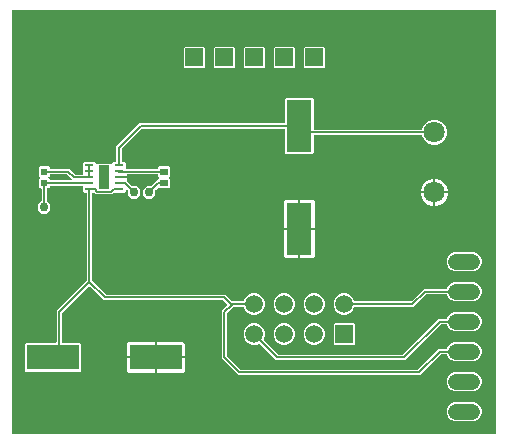
<source format=gbr>
G04 EAGLE Gerber RS-274X export*
G75*
%MOMM*%
%FSLAX34Y34*%
%LPD*%
%INTop Copper*%
%IPPOS*%
%AMOC8*
5,1,8,0,0,1.08239X$1,22.5*%
G01*
G04 Define Apertures*
%ADD10R,0.729100X0.560000*%
%ADD11R,0.950000X2.000000*%
%ADD12R,0.800000X0.280000*%
%ADD13R,0.629100X0.560000*%
%ADD14R,4.415700X2.115300*%
%ADD15C,1.800000*%
%ADD16R,2.115300X4.415700*%
%ADD17C,1.500000*%
%ADD18R,1.500000X1.500000*%
%ADD19C,1.320800*%
%ADD20R,1.508000X1.508000*%
%ADD21C,0.152400*%
%ADD22C,0.756400*%
G36*
X420413Y10982D02*
X420116Y10922D01*
X11684Y10922D01*
X11409Y10973D01*
X11154Y11137D01*
X10982Y11387D01*
X10922Y11684D01*
X10922Y369316D01*
X10973Y369591D01*
X11137Y369846D01*
X11387Y370018D01*
X11684Y370078D01*
X420116Y370078D01*
X420391Y370027D01*
X420646Y369863D01*
X420818Y369613D01*
X420878Y369316D01*
X420878Y11684D01*
X420827Y11409D01*
X420663Y11154D01*
X420413Y10982D01*
G37*
%LPC*%
G36*
X258529Y321136D02*
X274871Y321136D01*
X275764Y322029D01*
X275764Y338371D01*
X274871Y339264D01*
X258529Y339264D01*
X257636Y338371D01*
X257636Y322029D01*
X258529Y321136D01*
G37*
G36*
X233129Y321136D02*
X249471Y321136D01*
X250364Y322029D01*
X250364Y338371D01*
X249471Y339264D01*
X233129Y339264D01*
X232236Y338371D01*
X232236Y322029D01*
X233129Y321136D01*
G37*
G36*
X207729Y321136D02*
X224071Y321136D01*
X224964Y322029D01*
X224964Y338371D01*
X224071Y339264D01*
X207729Y339264D01*
X206836Y338371D01*
X206836Y322029D01*
X207729Y321136D01*
G37*
G36*
X182329Y321136D02*
X198671Y321136D01*
X199564Y322029D01*
X199564Y338371D01*
X198671Y339264D01*
X182329Y339264D01*
X181436Y338371D01*
X181436Y322029D01*
X182329Y321136D01*
G37*
G36*
X156929Y321136D02*
X173271Y321136D01*
X174164Y322029D01*
X174164Y338371D01*
X173271Y339264D01*
X156929Y339264D01*
X156036Y338371D01*
X156036Y322029D01*
X156929Y321136D01*
G37*
G36*
X202253Y61214D02*
X356547Y61214D01*
X373850Y78517D01*
X374091Y78680D01*
X374389Y78740D01*
X378736Y78740D01*
X379016Y78687D01*
X379271Y78521D01*
X379440Y78270D01*
X380205Y76422D01*
X382492Y74135D01*
X385479Y72898D01*
X401921Y72898D01*
X404908Y74135D01*
X407195Y76422D01*
X408432Y79409D01*
X408432Y82643D01*
X407195Y85630D01*
X404908Y87917D01*
X401921Y89154D01*
X385479Y89154D01*
X382492Y87917D01*
X380205Y85630D01*
X379440Y83782D01*
X379283Y83544D01*
X379033Y83372D01*
X378736Y83312D01*
X372179Y83312D01*
X354876Y66009D01*
X354635Y65846D01*
X354337Y65786D01*
X204463Y65786D01*
X204177Y65842D01*
X203924Y66009D01*
X193009Y76924D01*
X192846Y77165D01*
X192786Y77463D01*
X192786Y113037D01*
X192842Y113323D01*
X193009Y113576D01*
X198124Y118691D01*
X198365Y118854D01*
X198663Y118914D01*
X206570Y118914D01*
X206851Y118861D01*
X207105Y118695D01*
X207274Y118444D01*
X208250Y116088D01*
X210788Y113550D01*
X214105Y112176D01*
X217695Y112176D01*
X221012Y113550D01*
X223550Y116088D01*
X224924Y119405D01*
X224924Y122995D01*
X223550Y126312D01*
X221012Y128850D01*
X217695Y130224D01*
X214105Y130224D01*
X210788Y128850D01*
X208250Y126312D01*
X207274Y123956D01*
X207118Y123718D01*
X206867Y123546D01*
X206570Y123486D01*
X197563Y123486D01*
X197277Y123542D01*
X197024Y123709D01*
X191447Y129286D01*
X90563Y129286D01*
X90277Y129342D01*
X90024Y129509D01*
X78909Y140624D01*
X78746Y140865D01*
X78686Y141163D01*
X78686Y214914D01*
X78737Y215189D01*
X78901Y215444D01*
X79151Y215616D01*
X79448Y215676D01*
X80293Y215676D01*
X80579Y215620D01*
X80831Y215453D01*
X82256Y214028D01*
X95544Y214028D01*
X96969Y215453D01*
X97210Y215616D01*
X97507Y215676D01*
X106031Y215676D01*
X106924Y216569D01*
X106924Y218203D01*
X106971Y218467D01*
X107130Y218725D01*
X107378Y218900D01*
X107674Y218965D01*
X107972Y218910D01*
X108225Y218742D01*
X108771Y218196D01*
X108934Y217955D01*
X108994Y217657D01*
X108994Y213702D01*
X112102Y210594D01*
X116498Y210594D01*
X119606Y213702D01*
X119606Y218098D01*
X116498Y221206D01*
X112543Y221206D01*
X112257Y221262D01*
X112004Y221429D01*
X108151Y225282D01*
X107993Y225512D01*
X107928Y225808D01*
X107940Y225871D01*
X107940Y227838D01*
X100638Y227838D01*
X100638Y229362D01*
X107940Y229362D01*
X107940Y230398D01*
X107991Y230673D01*
X108155Y230928D01*
X108405Y231100D01*
X108702Y231160D01*
X133769Y231160D01*
X134043Y231109D01*
X134299Y230945D01*
X134470Y230695D01*
X134531Y230398D01*
X134531Y230015D01*
X135406Y229139D01*
X135564Y228908D01*
X135630Y228612D01*
X135574Y228314D01*
X135406Y228061D01*
X134531Y227185D01*
X134531Y226802D01*
X134479Y226527D01*
X134316Y226272D01*
X134066Y226100D01*
X133942Y226075D01*
X129296Y221429D01*
X129055Y221266D01*
X128757Y221206D01*
X124802Y221206D01*
X121694Y218098D01*
X121694Y213702D01*
X124802Y210594D01*
X129198Y210594D01*
X132306Y213702D01*
X132306Y217657D01*
X132362Y217943D01*
X132529Y218196D01*
X134054Y219721D01*
X134285Y219879D01*
X134581Y219944D01*
X134879Y219889D01*
X135132Y219721D01*
X135423Y219430D01*
X143977Y219430D01*
X144870Y220323D01*
X144870Y227185D01*
X143994Y228061D01*
X143836Y228292D01*
X143771Y228588D01*
X143826Y228886D01*
X143994Y229139D01*
X144870Y230015D01*
X144870Y236877D01*
X143977Y237770D01*
X135423Y237770D01*
X134531Y236877D01*
X134531Y236494D01*
X134479Y236219D01*
X134316Y235964D01*
X134066Y235792D01*
X133769Y235732D01*
X107686Y235732D01*
X107411Y235783D01*
X107156Y235947D01*
X106984Y236197D01*
X106924Y236494D01*
X106924Y240631D01*
X106031Y241524D01*
X104448Y241524D01*
X104173Y241575D01*
X103918Y241739D01*
X103746Y241989D01*
X103686Y242286D01*
X103686Y252537D01*
X103742Y252823D01*
X103909Y253076D01*
X120451Y269618D01*
X120692Y269781D01*
X120990Y269841D01*
X241138Y269841D01*
X241412Y269790D01*
X241668Y269626D01*
X241839Y269376D01*
X241900Y269079D01*
X241900Y249417D01*
X242792Y248525D01*
X265208Y248525D01*
X266101Y249417D01*
X266101Y263652D01*
X266152Y263927D01*
X266315Y264182D01*
X266565Y264354D01*
X266863Y264414D01*
X357347Y264414D01*
X357627Y264361D01*
X357881Y264195D01*
X358051Y263944D01*
X359378Y260739D01*
X362339Y257778D01*
X366207Y256176D01*
X370393Y256176D01*
X374261Y257778D01*
X377222Y260739D01*
X378824Y264607D01*
X378824Y268793D01*
X377222Y272661D01*
X374261Y275622D01*
X370393Y277224D01*
X366207Y277224D01*
X362339Y275622D01*
X359378Y272661D01*
X358051Y269456D01*
X357894Y269218D01*
X357644Y269046D01*
X357347Y268986D01*
X266863Y268986D01*
X266588Y269037D01*
X266332Y269201D01*
X266161Y269451D01*
X266101Y269748D01*
X266101Y294837D01*
X265208Y295730D01*
X242792Y295730D01*
X241900Y294837D01*
X241900Y275175D01*
X241848Y274900D01*
X241685Y274645D01*
X241435Y274473D01*
X241138Y274413D01*
X118780Y274413D01*
X99114Y254747D01*
X99114Y242286D01*
X99063Y242011D01*
X98899Y241756D01*
X98649Y241584D01*
X98352Y241524D01*
X96769Y241524D01*
X95876Y240631D01*
X95876Y240369D01*
X95829Y240106D01*
X95670Y239848D01*
X95422Y239672D01*
X95126Y239607D01*
X94828Y239663D01*
X94575Y239830D01*
X94281Y240124D01*
X83519Y240124D01*
X83225Y239830D01*
X83005Y239677D01*
X82710Y239607D01*
X82411Y239658D01*
X82156Y239822D01*
X81984Y240072D01*
X81924Y240369D01*
X81924Y240631D01*
X81031Y241524D01*
X71769Y241524D01*
X70876Y240631D01*
X70876Y236537D01*
X70964Y236408D01*
X71029Y236112D01*
X70973Y235814D01*
X70876Y235667D01*
X70876Y231648D01*
X70825Y231373D01*
X70661Y231118D01*
X70411Y230946D01*
X70114Y230886D01*
X64763Y230886D01*
X64477Y230942D01*
X64224Y231109D01*
X59601Y235732D01*
X43532Y235732D01*
X43257Y235783D01*
X43001Y235947D01*
X42830Y236197D01*
X42770Y236494D01*
X42770Y236877D01*
X41877Y237770D01*
X34323Y237770D01*
X33431Y236877D01*
X33431Y230015D01*
X34306Y229139D01*
X34464Y228908D01*
X34530Y228612D01*
X34474Y228314D01*
X34306Y228061D01*
X33431Y227185D01*
X33431Y220323D01*
X34323Y219430D01*
X35052Y219430D01*
X35327Y219379D01*
X35582Y219215D01*
X35754Y218965D01*
X35814Y218668D01*
X35814Y208733D01*
X35758Y208447D01*
X35591Y208195D01*
X32794Y205398D01*
X32794Y201002D01*
X35902Y197894D01*
X40298Y197894D01*
X43406Y201002D01*
X43406Y205398D01*
X40609Y208195D01*
X40446Y208436D01*
X40386Y208733D01*
X40386Y218668D01*
X40437Y218943D01*
X40601Y219198D01*
X40851Y219370D01*
X41148Y219430D01*
X41877Y219430D01*
X42770Y220323D01*
X42770Y220706D01*
X42821Y220981D01*
X42984Y221236D01*
X43234Y221408D01*
X43532Y221468D01*
X70114Y221468D01*
X70389Y221417D01*
X70644Y221253D01*
X70816Y221003D01*
X70876Y220706D01*
X70876Y216569D01*
X71769Y215676D01*
X73352Y215676D01*
X73627Y215625D01*
X73882Y215461D01*
X74054Y215211D01*
X74114Y214914D01*
X74114Y141163D01*
X74058Y140877D01*
X73891Y140624D01*
X48514Y115247D01*
X48514Y89063D01*
X48463Y88788D01*
X48299Y88532D01*
X48049Y88361D01*
X47752Y88301D01*
X22663Y88301D01*
X21771Y87408D01*
X21771Y64992D01*
X22663Y64100D01*
X68083Y64100D01*
X68976Y64992D01*
X68976Y87408D01*
X68083Y88301D01*
X53848Y88301D01*
X53573Y88352D01*
X53318Y88515D01*
X53146Y88765D01*
X53086Y89063D01*
X53086Y113037D01*
X53142Y113323D01*
X53309Y113576D01*
X75861Y136128D01*
X76092Y136286D01*
X76388Y136351D01*
X76686Y136296D01*
X76939Y136128D01*
X88353Y124714D01*
X189237Y124714D01*
X189523Y124658D01*
X189776Y124491D01*
X193078Y121189D01*
X193236Y120958D01*
X193301Y120662D01*
X193246Y120364D01*
X193078Y120111D01*
X188214Y115247D01*
X188214Y75253D01*
X202253Y61214D01*
G37*
G36*
X369062Y216662D02*
X379840Y216662D01*
X379840Y218195D01*
X378083Y222437D01*
X374837Y225683D01*
X370595Y227440D01*
X369062Y227440D01*
X369062Y216662D01*
G37*
G36*
X356760Y216662D02*
X367538Y216662D01*
X367538Y227440D01*
X366005Y227440D01*
X361763Y225683D01*
X358517Y222437D01*
X356760Y218195D01*
X356760Y216662D01*
G37*
G36*
X366005Y204360D02*
X367538Y204360D01*
X367538Y215138D01*
X356760Y215138D01*
X356760Y213605D01*
X358517Y209363D01*
X361763Y206117D01*
X366005Y204360D01*
G37*
G36*
X369062Y204360D02*
X370595Y204360D01*
X374837Y206117D01*
X378083Y209363D01*
X379840Y213605D01*
X379840Y215138D01*
X369062Y215138D01*
X369062Y204360D01*
G37*
G36*
X254762Y185835D02*
X267117Y185835D01*
X267117Y208204D01*
X265629Y209692D01*
X254762Y209692D01*
X254762Y185835D01*
G37*
G36*
X240884Y185835D02*
X253238Y185835D01*
X253238Y209692D01*
X242371Y209692D01*
X240884Y208204D01*
X240884Y185835D01*
G37*
G36*
X242371Y160455D02*
X253238Y160455D01*
X253238Y184311D01*
X240884Y184311D01*
X240884Y161942D01*
X242371Y160455D01*
G37*
G36*
X254762Y160455D02*
X265629Y160455D01*
X267117Y161942D01*
X267117Y184311D01*
X254762Y184311D01*
X254762Y160455D01*
G37*
G36*
X385479Y149098D02*
X401921Y149098D01*
X404908Y150335D01*
X407195Y152622D01*
X408432Y155609D01*
X408432Y158843D01*
X407195Y161830D01*
X404908Y164117D01*
X401921Y165354D01*
X385479Y165354D01*
X382492Y164117D01*
X380205Y161830D01*
X378968Y158843D01*
X378968Y155609D01*
X380205Y152622D01*
X382492Y150335D01*
X385479Y149098D01*
G37*
G36*
X290305Y112176D02*
X293895Y112176D01*
X297212Y113550D01*
X299750Y116088D01*
X300726Y118444D01*
X300882Y118682D01*
X301133Y118854D01*
X301430Y118914D01*
X350747Y118914D01*
X361150Y129317D01*
X361391Y129480D01*
X361689Y129540D01*
X378736Y129540D01*
X379016Y129487D01*
X379271Y129321D01*
X379440Y129070D01*
X380205Y127222D01*
X382492Y124935D01*
X385479Y123698D01*
X401921Y123698D01*
X404908Y124935D01*
X407195Y127222D01*
X408432Y130209D01*
X408432Y133443D01*
X407195Y136430D01*
X404908Y138717D01*
X401921Y139954D01*
X385479Y139954D01*
X382492Y138717D01*
X380205Y136430D01*
X379440Y134582D01*
X379283Y134344D01*
X379033Y134172D01*
X378736Y134112D01*
X359479Y134112D01*
X349076Y123709D01*
X348835Y123546D01*
X348537Y123486D01*
X301430Y123486D01*
X301149Y123539D01*
X300895Y123705D01*
X300726Y123956D01*
X299750Y126312D01*
X297212Y128850D01*
X293895Y130224D01*
X290305Y130224D01*
X286988Y128850D01*
X284450Y126312D01*
X283076Y122995D01*
X283076Y119405D01*
X284450Y116088D01*
X286988Y113550D01*
X290305Y112176D01*
G37*
G36*
X239505Y112176D02*
X243095Y112176D01*
X246412Y113550D01*
X248950Y116088D01*
X250324Y119405D01*
X250324Y122995D01*
X248950Y126312D01*
X246412Y128850D01*
X243095Y130224D01*
X239505Y130224D01*
X236188Y128850D01*
X233650Y126312D01*
X232276Y122995D01*
X232276Y119405D01*
X233650Y116088D01*
X236188Y113550D01*
X239505Y112176D01*
G37*
G36*
X264905Y112176D02*
X268495Y112176D01*
X271812Y113550D01*
X274350Y116088D01*
X275724Y119405D01*
X275724Y122995D01*
X274350Y126312D01*
X271812Y128850D01*
X268495Y130224D01*
X264905Y130224D01*
X261588Y128850D01*
X259050Y126312D01*
X257676Y122995D01*
X257676Y119405D01*
X259050Y116088D01*
X261588Y113550D01*
X264905Y112176D01*
G37*
G36*
X234553Y73914D02*
X343847Y73914D01*
X373850Y103917D01*
X374091Y104080D01*
X374389Y104140D01*
X378736Y104140D01*
X379016Y104087D01*
X379271Y103921D01*
X379440Y103670D01*
X380205Y101822D01*
X382492Y99535D01*
X385479Y98298D01*
X401921Y98298D01*
X404908Y99535D01*
X407195Y101822D01*
X408432Y104809D01*
X408432Y108043D01*
X407195Y111030D01*
X404908Y113317D01*
X401921Y114554D01*
X385479Y114554D01*
X382492Y113317D01*
X380205Y111030D01*
X379440Y109182D01*
X379283Y108944D01*
X379033Y108772D01*
X378736Y108712D01*
X372179Y108712D01*
X342176Y78709D01*
X341935Y78546D01*
X341637Y78486D01*
X236763Y78486D01*
X236477Y78542D01*
X236224Y78709D01*
X224114Y90819D01*
X223953Y91055D01*
X223890Y91352D01*
X223948Y91650D01*
X224924Y94005D01*
X224924Y97595D01*
X223550Y100912D01*
X221012Y103450D01*
X217695Y104824D01*
X214105Y104824D01*
X210788Y103450D01*
X208250Y100912D01*
X206876Y97595D01*
X206876Y94005D01*
X208250Y90688D01*
X210788Y88150D01*
X214105Y86776D01*
X217695Y86776D01*
X220050Y87752D01*
X220330Y87810D01*
X220628Y87754D01*
X220881Y87586D01*
X234553Y73914D01*
G37*
G36*
X239505Y86776D02*
X243095Y86776D01*
X246412Y88150D01*
X248950Y90688D01*
X250324Y94005D01*
X250324Y97595D01*
X248950Y100912D01*
X246412Y103450D01*
X243095Y104824D01*
X239505Y104824D01*
X236188Y103450D01*
X233650Y100912D01*
X232276Y97595D01*
X232276Y94005D01*
X233650Y90688D01*
X236188Y88150D01*
X239505Y86776D01*
G37*
G36*
X283969Y86776D02*
X300231Y86776D01*
X301124Y87669D01*
X301124Y103931D01*
X300231Y104824D01*
X283969Y104824D01*
X283076Y103931D01*
X283076Y87669D01*
X283969Y86776D01*
G37*
G36*
X264905Y86776D02*
X268495Y86776D01*
X271812Y88150D01*
X274350Y90688D01*
X275724Y94005D01*
X275724Y97595D01*
X274350Y100912D01*
X271812Y103450D01*
X268495Y104824D01*
X264905Y104824D01*
X261588Y103450D01*
X259050Y100912D01*
X257676Y97595D01*
X257676Y94005D01*
X259050Y90688D01*
X261588Y88150D01*
X264905Y86776D01*
G37*
G36*
X107809Y76962D02*
X131665Y76962D01*
X131665Y89317D01*
X109296Y89317D01*
X107809Y87829D01*
X107809Y76962D01*
G37*
G36*
X133189Y76962D02*
X157046Y76962D01*
X157046Y87829D01*
X155558Y89317D01*
X133189Y89317D01*
X133189Y76962D01*
G37*
G36*
X133189Y63084D02*
X155558Y63084D01*
X157046Y64571D01*
X157046Y75438D01*
X133189Y75438D01*
X133189Y63084D01*
G37*
G36*
X109296Y63084D02*
X131665Y63084D01*
X131665Y75438D01*
X107809Y75438D01*
X107809Y64571D01*
X109296Y63084D01*
G37*
G36*
X385479Y47498D02*
X401921Y47498D01*
X404908Y48735D01*
X407195Y51022D01*
X408432Y54009D01*
X408432Y57243D01*
X407195Y60230D01*
X404908Y62517D01*
X401921Y63754D01*
X385479Y63754D01*
X382492Y62517D01*
X380205Y60230D01*
X378968Y57243D01*
X378968Y54009D01*
X380205Y51022D01*
X382492Y48735D01*
X385479Y47498D01*
G37*
G36*
X385479Y22098D02*
X401921Y22098D01*
X404908Y23335D01*
X407195Y25622D01*
X408432Y28609D01*
X408432Y31843D01*
X407195Y34830D01*
X404908Y37117D01*
X401921Y38354D01*
X385479Y38354D01*
X382492Y37117D01*
X380205Y34830D01*
X378968Y31843D01*
X378968Y28609D01*
X380205Y25622D01*
X382492Y23335D01*
X385479Y22098D01*
G37*
%LPD*%
G36*
X61285Y226100D02*
X60987Y226040D01*
X43532Y226040D01*
X43257Y226091D01*
X43001Y226255D01*
X42830Y226505D01*
X42770Y226802D01*
X42770Y227185D01*
X41894Y228061D01*
X41736Y228292D01*
X41671Y228588D01*
X41726Y228886D01*
X41894Y229139D01*
X42770Y230015D01*
X42770Y230398D01*
X42821Y230673D01*
X42984Y230928D01*
X43234Y231100D01*
X43532Y231160D01*
X57391Y231160D01*
X57677Y231104D01*
X57930Y230937D01*
X61526Y227341D01*
X61679Y227121D01*
X61749Y226826D01*
X61698Y226527D01*
X61535Y226272D01*
X61285Y226100D01*
G37*
G36*
X420413Y10982D02*
X420116Y10922D01*
X11684Y10922D01*
X11409Y10973D01*
X11154Y11137D01*
X10982Y11387D01*
X10922Y11684D01*
X10922Y316738D01*
X10973Y317013D01*
X11137Y317268D01*
X11387Y317440D01*
X11684Y317500D01*
X420116Y317500D01*
X420391Y317449D01*
X420646Y317285D01*
X420818Y317035D01*
X420878Y316738D01*
X420878Y11684D01*
X420827Y11409D01*
X420663Y11154D01*
X420413Y10982D01*
G37*
%LPC*%
G36*
X202253Y61214D02*
X356547Y61214D01*
X373850Y78517D01*
X374091Y78680D01*
X374389Y78740D01*
X378736Y78740D01*
X379016Y78687D01*
X379271Y78521D01*
X379440Y78270D01*
X380205Y76422D01*
X382492Y74135D01*
X385479Y72898D01*
X401921Y72898D01*
X404908Y74135D01*
X407195Y76422D01*
X408432Y79409D01*
X408432Y82643D01*
X407195Y85630D01*
X404908Y87917D01*
X401921Y89154D01*
X385479Y89154D01*
X382492Y87917D01*
X380205Y85630D01*
X379440Y83782D01*
X379283Y83544D01*
X379033Y83372D01*
X378736Y83312D01*
X372179Y83312D01*
X354876Y66009D01*
X354635Y65846D01*
X354337Y65786D01*
X204463Y65786D01*
X204177Y65842D01*
X203924Y66009D01*
X193009Y76924D01*
X192846Y77165D01*
X192786Y77463D01*
X192786Y113037D01*
X192842Y113323D01*
X193009Y113576D01*
X198124Y118691D01*
X198365Y118854D01*
X198663Y118914D01*
X206570Y118914D01*
X206851Y118861D01*
X207105Y118695D01*
X207274Y118444D01*
X208250Y116088D01*
X210788Y113550D01*
X214105Y112176D01*
X217695Y112176D01*
X221012Y113550D01*
X223550Y116088D01*
X224924Y119405D01*
X224924Y122995D01*
X223550Y126312D01*
X221012Y128850D01*
X217695Y130224D01*
X214105Y130224D01*
X210788Y128850D01*
X208250Y126312D01*
X207274Y123956D01*
X207118Y123718D01*
X206867Y123546D01*
X206570Y123486D01*
X197563Y123486D01*
X197277Y123542D01*
X197024Y123709D01*
X191447Y129286D01*
X90563Y129286D01*
X90277Y129342D01*
X90024Y129509D01*
X78909Y140624D01*
X78746Y140865D01*
X78686Y141163D01*
X78686Y214914D01*
X78737Y215189D01*
X78901Y215444D01*
X79151Y215616D01*
X79448Y215676D01*
X80293Y215676D01*
X80579Y215620D01*
X80831Y215453D01*
X82256Y214028D01*
X95544Y214028D01*
X96969Y215453D01*
X97210Y215616D01*
X97507Y215676D01*
X106031Y215676D01*
X106924Y216569D01*
X106924Y218203D01*
X106971Y218467D01*
X107130Y218725D01*
X107378Y218900D01*
X107674Y218965D01*
X107972Y218910D01*
X108225Y218742D01*
X108771Y218196D01*
X108934Y217955D01*
X108994Y217657D01*
X108994Y213702D01*
X112102Y210594D01*
X116498Y210594D01*
X119606Y213702D01*
X119606Y218098D01*
X116498Y221206D01*
X112543Y221206D01*
X112257Y221262D01*
X112004Y221429D01*
X108151Y225282D01*
X107993Y225512D01*
X107928Y225808D01*
X107940Y225871D01*
X107940Y227838D01*
X100638Y227838D01*
X100638Y229362D01*
X107940Y229362D01*
X107940Y230398D01*
X107991Y230673D01*
X108155Y230928D01*
X108405Y231100D01*
X108702Y231160D01*
X133769Y231160D01*
X134043Y231109D01*
X134299Y230945D01*
X134470Y230695D01*
X134531Y230398D01*
X134531Y230015D01*
X135406Y229139D01*
X135564Y228908D01*
X135630Y228612D01*
X135574Y228314D01*
X135406Y228061D01*
X134531Y227185D01*
X134531Y226802D01*
X134479Y226527D01*
X134316Y226272D01*
X134066Y226100D01*
X133942Y226075D01*
X129296Y221429D01*
X129055Y221266D01*
X128757Y221206D01*
X124802Y221206D01*
X121694Y218098D01*
X121694Y213702D01*
X124802Y210594D01*
X129198Y210594D01*
X132306Y213702D01*
X132306Y217657D01*
X132362Y217943D01*
X132529Y218196D01*
X134054Y219721D01*
X134285Y219879D01*
X134581Y219944D01*
X134879Y219889D01*
X135132Y219721D01*
X135423Y219430D01*
X143977Y219430D01*
X144870Y220323D01*
X144870Y227185D01*
X143994Y228061D01*
X143836Y228292D01*
X143771Y228588D01*
X143826Y228886D01*
X143994Y229139D01*
X144870Y230015D01*
X144870Y236877D01*
X143977Y237770D01*
X135423Y237770D01*
X134531Y236877D01*
X134531Y236494D01*
X134479Y236219D01*
X134316Y235964D01*
X134066Y235792D01*
X133769Y235732D01*
X107686Y235732D01*
X107411Y235783D01*
X107156Y235947D01*
X106984Y236197D01*
X106924Y236494D01*
X106924Y240631D01*
X106031Y241524D01*
X104448Y241524D01*
X104173Y241575D01*
X103918Y241739D01*
X103746Y241989D01*
X103686Y242286D01*
X103686Y252537D01*
X103742Y252823D01*
X103909Y253076D01*
X120451Y269618D01*
X120692Y269781D01*
X120990Y269841D01*
X241138Y269841D01*
X241412Y269790D01*
X241668Y269626D01*
X241839Y269376D01*
X241900Y269079D01*
X241900Y249417D01*
X242792Y248525D01*
X265208Y248525D01*
X266101Y249417D01*
X266101Y263652D01*
X266152Y263927D01*
X266315Y264182D01*
X266565Y264354D01*
X266863Y264414D01*
X357347Y264414D01*
X357627Y264361D01*
X357881Y264195D01*
X358051Y263944D01*
X359378Y260739D01*
X362339Y257778D01*
X366207Y256176D01*
X370393Y256176D01*
X374261Y257778D01*
X377222Y260739D01*
X378824Y264607D01*
X378824Y268793D01*
X377222Y272661D01*
X374261Y275622D01*
X370393Y277224D01*
X366207Y277224D01*
X362339Y275622D01*
X359378Y272661D01*
X358051Y269456D01*
X357894Y269218D01*
X357644Y269046D01*
X357347Y268986D01*
X266863Y268986D01*
X266588Y269037D01*
X266332Y269201D01*
X266161Y269451D01*
X266101Y269748D01*
X266101Y294837D01*
X265208Y295730D01*
X242792Y295730D01*
X241900Y294837D01*
X241900Y275175D01*
X241848Y274900D01*
X241685Y274645D01*
X241435Y274473D01*
X241138Y274413D01*
X118780Y274413D01*
X99114Y254747D01*
X99114Y242286D01*
X99063Y242011D01*
X98899Y241756D01*
X98649Y241584D01*
X98352Y241524D01*
X96769Y241524D01*
X95876Y240631D01*
X95876Y240369D01*
X95829Y240106D01*
X95670Y239848D01*
X95422Y239672D01*
X95126Y239607D01*
X94828Y239663D01*
X94575Y239830D01*
X94281Y240124D01*
X83519Y240124D01*
X83225Y239830D01*
X83005Y239677D01*
X82710Y239607D01*
X82411Y239658D01*
X82156Y239822D01*
X81984Y240072D01*
X81924Y240369D01*
X81924Y240631D01*
X81031Y241524D01*
X71769Y241524D01*
X70876Y240631D01*
X70876Y236537D01*
X70964Y236408D01*
X71029Y236112D01*
X70973Y235814D01*
X70876Y235667D01*
X70876Y231648D01*
X70825Y231373D01*
X70661Y231118D01*
X70411Y230946D01*
X70114Y230886D01*
X64763Y230886D01*
X64477Y230942D01*
X64224Y231109D01*
X59601Y235732D01*
X43532Y235732D01*
X43257Y235783D01*
X43001Y235947D01*
X42830Y236197D01*
X42770Y236494D01*
X42770Y236877D01*
X41877Y237770D01*
X34323Y237770D01*
X33431Y236877D01*
X33431Y230015D01*
X34306Y229139D01*
X34464Y228908D01*
X34530Y228612D01*
X34474Y228314D01*
X34306Y228061D01*
X33431Y227185D01*
X33431Y220323D01*
X34323Y219430D01*
X35052Y219430D01*
X35327Y219379D01*
X35582Y219215D01*
X35754Y218965D01*
X35814Y218668D01*
X35814Y208733D01*
X35758Y208447D01*
X35591Y208195D01*
X32794Y205398D01*
X32794Y201002D01*
X35902Y197894D01*
X40298Y197894D01*
X43406Y201002D01*
X43406Y205398D01*
X40609Y208195D01*
X40446Y208436D01*
X40386Y208733D01*
X40386Y218668D01*
X40437Y218943D01*
X40601Y219198D01*
X40851Y219370D01*
X41148Y219430D01*
X41877Y219430D01*
X42770Y220323D01*
X42770Y220706D01*
X42821Y220981D01*
X42984Y221236D01*
X43234Y221408D01*
X43532Y221468D01*
X70114Y221468D01*
X70389Y221417D01*
X70644Y221253D01*
X70816Y221003D01*
X70876Y220706D01*
X70876Y216569D01*
X71769Y215676D01*
X73352Y215676D01*
X73627Y215625D01*
X73882Y215461D01*
X74054Y215211D01*
X74114Y214914D01*
X74114Y141163D01*
X74058Y140877D01*
X73891Y140624D01*
X48514Y115247D01*
X48514Y89063D01*
X48463Y88788D01*
X48299Y88532D01*
X48049Y88361D01*
X47752Y88301D01*
X22663Y88301D01*
X21771Y87408D01*
X21771Y64992D01*
X22663Y64100D01*
X68083Y64100D01*
X68976Y64992D01*
X68976Y87408D01*
X68083Y88301D01*
X53848Y88301D01*
X53573Y88352D01*
X53318Y88515D01*
X53146Y88765D01*
X53086Y89063D01*
X53086Y113037D01*
X53142Y113323D01*
X53309Y113576D01*
X75861Y136128D01*
X76092Y136286D01*
X76388Y136351D01*
X76686Y136296D01*
X76939Y136128D01*
X88353Y124714D01*
X189237Y124714D01*
X189523Y124658D01*
X189776Y124491D01*
X193078Y121189D01*
X193236Y120958D01*
X193301Y120662D01*
X193246Y120364D01*
X193078Y120111D01*
X188214Y115247D01*
X188214Y75253D01*
X202253Y61214D01*
G37*
G36*
X356760Y216662D02*
X367538Y216662D01*
X367538Y227440D01*
X366005Y227440D01*
X361763Y225683D01*
X358517Y222437D01*
X356760Y218195D01*
X356760Y216662D01*
G37*
G36*
X369062Y216662D02*
X379840Y216662D01*
X379840Y218195D01*
X378083Y222437D01*
X374837Y225683D01*
X370595Y227440D01*
X369062Y227440D01*
X369062Y216662D01*
G37*
G36*
X366005Y204360D02*
X367538Y204360D01*
X367538Y215138D01*
X356760Y215138D01*
X356760Y213605D01*
X358517Y209363D01*
X361763Y206117D01*
X366005Y204360D01*
G37*
G36*
X369062Y204360D02*
X370595Y204360D01*
X374837Y206117D01*
X378083Y209363D01*
X379840Y213605D01*
X379840Y215138D01*
X369062Y215138D01*
X369062Y204360D01*
G37*
G36*
X254762Y185835D02*
X267117Y185835D01*
X267117Y208204D01*
X265629Y209692D01*
X254762Y209692D01*
X254762Y185835D01*
G37*
G36*
X240884Y185835D02*
X253238Y185835D01*
X253238Y209692D01*
X242371Y209692D01*
X240884Y208204D01*
X240884Y185835D01*
G37*
G36*
X242371Y160455D02*
X253238Y160455D01*
X253238Y184311D01*
X240884Y184311D01*
X240884Y161942D01*
X242371Y160455D01*
G37*
G36*
X254762Y160455D02*
X265629Y160455D01*
X267117Y161942D01*
X267117Y184311D01*
X254762Y184311D01*
X254762Y160455D01*
G37*
G36*
X385479Y149098D02*
X401921Y149098D01*
X404908Y150335D01*
X407195Y152622D01*
X408432Y155609D01*
X408432Y158843D01*
X407195Y161830D01*
X404908Y164117D01*
X401921Y165354D01*
X385479Y165354D01*
X382492Y164117D01*
X380205Y161830D01*
X378968Y158843D01*
X378968Y155609D01*
X380205Y152622D01*
X382492Y150335D01*
X385479Y149098D01*
G37*
G36*
X290305Y112176D02*
X293895Y112176D01*
X297212Y113550D01*
X299750Y116088D01*
X300726Y118444D01*
X300882Y118682D01*
X301133Y118854D01*
X301430Y118914D01*
X350747Y118914D01*
X361150Y129317D01*
X361391Y129480D01*
X361689Y129540D01*
X378736Y129540D01*
X379016Y129487D01*
X379271Y129321D01*
X379440Y129070D01*
X380205Y127222D01*
X382492Y124935D01*
X385479Y123698D01*
X401921Y123698D01*
X404908Y124935D01*
X407195Y127222D01*
X408432Y130209D01*
X408432Y133443D01*
X407195Y136430D01*
X404908Y138717D01*
X401921Y139954D01*
X385479Y139954D01*
X382492Y138717D01*
X380205Y136430D01*
X379440Y134582D01*
X379283Y134344D01*
X379033Y134172D01*
X378736Y134112D01*
X359479Y134112D01*
X349076Y123709D01*
X348835Y123546D01*
X348537Y123486D01*
X301430Y123486D01*
X301149Y123539D01*
X300895Y123705D01*
X300726Y123956D01*
X299750Y126312D01*
X297212Y128850D01*
X293895Y130224D01*
X290305Y130224D01*
X286988Y128850D01*
X284450Y126312D01*
X283076Y122995D01*
X283076Y119405D01*
X284450Y116088D01*
X286988Y113550D01*
X290305Y112176D01*
G37*
G36*
X239505Y112176D02*
X243095Y112176D01*
X246412Y113550D01*
X248950Y116088D01*
X250324Y119405D01*
X250324Y122995D01*
X248950Y126312D01*
X246412Y128850D01*
X243095Y130224D01*
X239505Y130224D01*
X236188Y128850D01*
X233650Y126312D01*
X232276Y122995D01*
X232276Y119405D01*
X233650Y116088D01*
X236188Y113550D01*
X239505Y112176D01*
G37*
G36*
X264905Y112176D02*
X268495Y112176D01*
X271812Y113550D01*
X274350Y116088D01*
X275724Y119405D01*
X275724Y122995D01*
X274350Y126312D01*
X271812Y128850D01*
X268495Y130224D01*
X264905Y130224D01*
X261588Y128850D01*
X259050Y126312D01*
X257676Y122995D01*
X257676Y119405D01*
X259050Y116088D01*
X261588Y113550D01*
X264905Y112176D01*
G37*
G36*
X234553Y73914D02*
X343847Y73914D01*
X373850Y103917D01*
X374091Y104080D01*
X374389Y104140D01*
X378736Y104140D01*
X379016Y104087D01*
X379271Y103921D01*
X379440Y103670D01*
X380205Y101822D01*
X382492Y99535D01*
X385479Y98298D01*
X401921Y98298D01*
X404908Y99535D01*
X407195Y101822D01*
X408432Y104809D01*
X408432Y108043D01*
X407195Y111030D01*
X404908Y113317D01*
X401921Y114554D01*
X385479Y114554D01*
X382492Y113317D01*
X380205Y111030D01*
X379440Y109182D01*
X379283Y108944D01*
X379033Y108772D01*
X378736Y108712D01*
X372179Y108712D01*
X342176Y78709D01*
X341935Y78546D01*
X341637Y78486D01*
X236763Y78486D01*
X236477Y78542D01*
X236224Y78709D01*
X224114Y90819D01*
X223953Y91055D01*
X223890Y91352D01*
X223948Y91650D01*
X224924Y94005D01*
X224924Y97595D01*
X223550Y100912D01*
X221012Y103450D01*
X217695Y104824D01*
X214105Y104824D01*
X210788Y103450D01*
X208250Y100912D01*
X206876Y97595D01*
X206876Y94005D01*
X208250Y90688D01*
X210788Y88150D01*
X214105Y86776D01*
X217695Y86776D01*
X220050Y87752D01*
X220330Y87810D01*
X220628Y87754D01*
X220881Y87586D01*
X234553Y73914D01*
G37*
G36*
X283969Y86776D02*
X300231Y86776D01*
X301124Y87669D01*
X301124Y103931D01*
X300231Y104824D01*
X283969Y104824D01*
X283076Y103931D01*
X283076Y87669D01*
X283969Y86776D01*
G37*
G36*
X264905Y86776D02*
X268495Y86776D01*
X271812Y88150D01*
X274350Y90688D01*
X275724Y94005D01*
X275724Y97595D01*
X274350Y100912D01*
X271812Y103450D01*
X268495Y104824D01*
X264905Y104824D01*
X261588Y103450D01*
X259050Y100912D01*
X257676Y97595D01*
X257676Y94005D01*
X259050Y90688D01*
X261588Y88150D01*
X264905Y86776D01*
G37*
G36*
X239505Y86776D02*
X243095Y86776D01*
X246412Y88150D01*
X248950Y90688D01*
X250324Y94005D01*
X250324Y97595D01*
X248950Y100912D01*
X246412Y103450D01*
X243095Y104824D01*
X239505Y104824D01*
X236188Y103450D01*
X233650Y100912D01*
X232276Y97595D01*
X232276Y94005D01*
X233650Y90688D01*
X236188Y88150D01*
X239505Y86776D01*
G37*
G36*
X107809Y76962D02*
X131665Y76962D01*
X131665Y89317D01*
X109296Y89317D01*
X107809Y87829D01*
X107809Y76962D01*
G37*
G36*
X133189Y76962D02*
X157046Y76962D01*
X157046Y87829D01*
X155558Y89317D01*
X133189Y89317D01*
X133189Y76962D01*
G37*
G36*
X133189Y63084D02*
X155558Y63084D01*
X157046Y64571D01*
X157046Y75438D01*
X133189Y75438D01*
X133189Y63084D01*
G37*
G36*
X109296Y63084D02*
X131665Y63084D01*
X131665Y75438D01*
X107809Y75438D01*
X107809Y64571D01*
X109296Y63084D01*
G37*
G36*
X385479Y47498D02*
X401921Y47498D01*
X404908Y48735D01*
X407195Y51022D01*
X408432Y54009D01*
X408432Y57243D01*
X407195Y60230D01*
X404908Y62517D01*
X401921Y63754D01*
X385479Y63754D01*
X382492Y62517D01*
X380205Y60230D01*
X378968Y57243D01*
X378968Y54009D01*
X380205Y51022D01*
X382492Y48735D01*
X385479Y47498D01*
G37*
G36*
X385479Y22098D02*
X401921Y22098D01*
X404908Y23335D01*
X407195Y25622D01*
X408432Y28609D01*
X408432Y31843D01*
X407195Y34830D01*
X404908Y37117D01*
X401921Y38354D01*
X385479Y38354D01*
X382492Y37117D01*
X380205Y34830D01*
X378968Y31843D01*
X378968Y28609D01*
X380205Y25622D01*
X382492Y23335D01*
X385479Y22098D01*
G37*
%LPD*%
G36*
X61285Y226100D02*
X60987Y226040D01*
X43532Y226040D01*
X43257Y226091D01*
X43001Y226255D01*
X42830Y226505D01*
X42770Y226802D01*
X42770Y227185D01*
X41894Y228061D01*
X41736Y228292D01*
X41671Y228588D01*
X41726Y228886D01*
X41894Y229139D01*
X42770Y230015D01*
X42770Y230398D01*
X42821Y230673D01*
X42984Y230928D01*
X43234Y231100D01*
X43532Y231160D01*
X57391Y231160D01*
X57677Y231104D01*
X57930Y230937D01*
X61526Y227341D01*
X61679Y227121D01*
X61749Y226826D01*
X61698Y226527D01*
X61535Y226272D01*
X61285Y226100D01*
G37*
D10*
X139700Y223754D03*
X139700Y233446D03*
D11*
X88900Y228600D03*
D12*
X101400Y228600D03*
X76400Y228600D03*
X76400Y233600D03*
X76400Y223600D03*
X76400Y238600D03*
X76400Y218600D03*
X101400Y218600D03*
X101400Y223600D03*
X101400Y233600D03*
X101400Y238600D03*
D13*
X38100Y233446D03*
X38100Y223754D03*
D14*
X45373Y76200D03*
X132427Y76200D03*
D15*
X368300Y266700D03*
X368300Y215900D03*
D16*
X254000Y272127D03*
X254000Y185073D03*
D17*
X215900Y95800D03*
X241300Y95800D03*
X266700Y95800D03*
D18*
X292100Y95800D03*
D17*
X292100Y121200D03*
X266700Y121200D03*
X241300Y121200D03*
X215900Y121200D03*
D19*
X387096Y157226D02*
X400304Y157226D01*
X400304Y131826D02*
X387096Y131826D01*
X387096Y106426D02*
X400304Y106426D01*
X400304Y81026D02*
X387096Y81026D01*
X387096Y55626D02*
X400304Y55626D01*
X400304Y30226D02*
X387096Y30226D01*
D20*
X215900Y330200D03*
X241300Y330200D03*
X266700Y330200D03*
X190500Y330200D03*
X165100Y330200D03*
D21*
X101400Y233600D02*
X101554Y233446D01*
X139700Y233446D01*
D22*
X114300Y215900D03*
X127000Y215900D03*
D21*
X106600Y223600D02*
X101400Y223600D01*
X106600Y223600D02*
X114300Y215900D01*
X127000Y215900D02*
X134854Y223754D01*
X139700Y223754D01*
X58654Y233446D02*
X38100Y233446D01*
X58654Y233446D02*
X63500Y228600D01*
X76200Y228600D01*
X76400Y228600D01*
X76400Y233600D02*
X76400Y238600D01*
X76400Y233600D02*
X76400Y228800D01*
X76200Y228600D01*
X197400Y121200D02*
X215900Y121200D01*
X197400Y121200D02*
X196850Y120650D01*
X190500Y114300D01*
X190500Y76200D01*
X203200Y63500D01*
X355600Y63500D01*
X373126Y81026D01*
X393700Y81026D01*
X94597Y216314D02*
X83203Y216314D01*
X80917Y218600D02*
X76400Y218600D01*
X80917Y218600D02*
X83203Y216314D01*
X94597Y216314D02*
X96883Y218600D01*
X101400Y218600D01*
X76400Y218600D02*
X76400Y139900D01*
X50800Y114300D01*
X50800Y81627D02*
X45373Y76200D01*
X50800Y81627D02*
X50800Y114300D01*
X76400Y139900D02*
X89300Y127000D01*
X190500Y127000D01*
X196850Y120650D01*
D22*
X38100Y203200D03*
D21*
X38100Y223754D01*
X76246Y223754D02*
X76400Y223600D01*
X76246Y223754D02*
X38100Y223754D01*
X119727Y272127D02*
X254000Y272127D01*
X259427Y266700D01*
X368300Y266700D01*
X119727Y272127D02*
X101400Y253800D01*
X101400Y238600D01*
X215900Y95800D02*
X235500Y76200D01*
X342900Y76200D01*
X373126Y106426D01*
X393700Y106426D01*
X349800Y121200D02*
X292100Y121200D01*
X349800Y121200D02*
X360426Y131826D01*
X393700Y131826D01*
M02*

</source>
